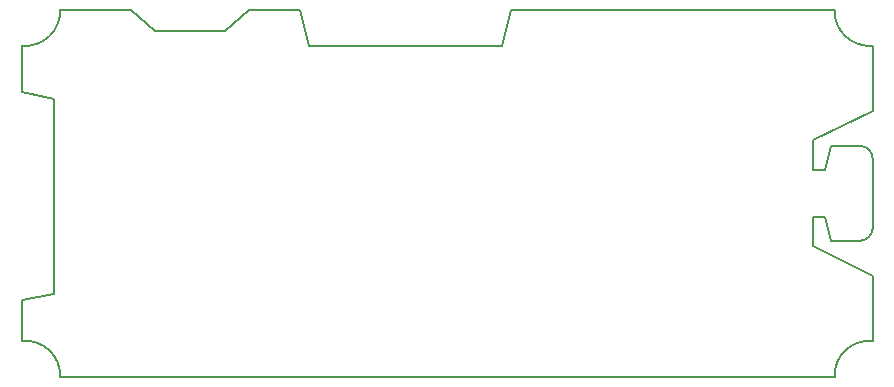
<source format=gbr>
G04 DipTrace 3.2.0.1*
G04 BoardOutline.gbr*
%MOIN*%
G04 #@! TF.FileFunction,Profile*
G04 #@! TF.Part,Single*
%ADD11C,0.005512*%
%FSLAX26Y26*%
G04*
G70*
G90*
G75*
G01*
G04 BoardOutline*
%LPD*%
X-1417323Y492126D2*
D11*
G03X-1290748Y612205I10924J115236D01*
G01*
X-1054528D1*
X-975787Y539370D1*
X-739567D1*
X-660827Y612205D1*
X-492126D1*
X-460630Y492126D1*
X181102D1*
X212598Y612205D1*
X1290748D1*
G03X1417323Y492126I115651J-4843D01*
G01*
Y275591D1*
X1220472Y177165D1*
Y78740D1*
X1259843D1*
X1279528Y157480D1*
X1377953D1*
G02X1417323Y118110I-984J-40354D01*
G01*
Y-118110D1*
G02X1377953Y-157480I-40354J984D01*
G01*
X1279528D1*
X1259843Y-78740D1*
X1220472D1*
Y-177165D1*
X1417323Y-275591D1*
Y-492126D1*
G03X1290748Y-612205I-10924J-115236D01*
G01*
X-1290748D1*
G03X-1417323Y-492126I-115651J4843D01*
G01*
Y-356299D1*
X-1310039Y-334646D1*
Y314961D1*
X-1417323Y336614D1*
Y492126D1*
M02*

</source>
